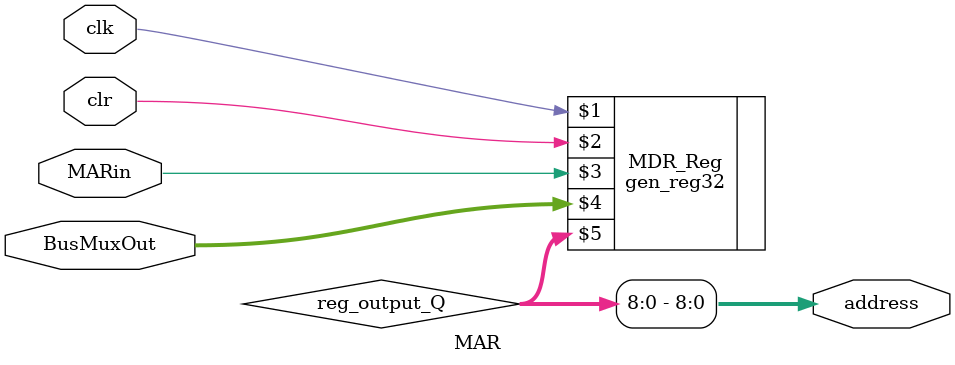
<source format=v>
`timescale 1ns/10ps

module MAR_RAM(
  //RAM
  input read,
  input write,
  input [31:0] MDRMuxIn,
  output reg [31:0] Mdatain,

  // MAR
  input [31:0] BusMuxOut,
  input MARclr,
  input clk,
  input MARin
  );

  wire [8:0] address;
  
  MAR mar(BusMuxOut, MARclr, clk, MARin, address);
  RAM ram(address, MDRMuxIn, read, write, Mdatain);

endmodule //MAR_RAM

module RAM(
  input [8:0] address,
  input [31:0] MDRMuxIn,
  input read, write,
  output reg [31:0] Mdatain
);

  // Memory in RAM
  reg [31:0] memory [511:0];
  //$readmemh(PATH, mem);
	integer i;
	initial begin
    for (i = 0; i < 512; i = i+1)
          begin
			memory[i] = {32{1'b0}};
            //$display ("LOC = %h \t RAM = %b", i, memory[i]);
          end
      
      
      //r0	X	1
      //r1	34	1A	8	19A
      //r2	56	54	66	CC	CD
      //r3	87	88	73	78	CC	1
      //r4	5
      //r5	1D
      //r6	91
      //r7	56	59	FFFFFFA7	58	8	37	0
      //r8	1F
      //r9	96	77
      //r10	5
      //r11	$1F
      //r12	$91
      //r13	0
      //r14 28
      //HI	X	0	4
      //LO	X	91	5
      
      // Encode test program in memory
      memory[0] = 32'b00001_0011_0000_0000000000010000111; // ldi R3, $87 <- R3 = $87
      memory[1] = 32'b00001_0011_0011_0000000000000000001; // ldi R3, 1(R3) <- R3 = $88
      memory[2] = 32'b00000_0010_0000_0000000000001110101; // ld  R2, $75 <- R2 = $56
      memory[3] = 32'b00001_0010_0010_1111111111111111110; // ldi R2, -2(R2) <- R2 = $54
      memory[4] = 32'b00000_0001_0010_0000000000000000100; // ld  R1, 4(R2) <- R1 = $34
      memory[5] = 32'b00001_0000_0000_0000000000000000001; // ldi R0, 1 <- r0 = 1
      memory[6] = 32'b00001_0011_0000_0000000000001110011; // ldi R3, $73 <- r3 = $73
      memory[7] = 32'b10010_0011_0011_0000000000000000011; // brmi R3, 3 <- branch if neg (false)
      memory[8] = 32'b00001_0011_0011_0000000000000000101; // ldi R3, 5(R3) // r3 = $78
      memory[9] = 32'b00000_0111_0011_1111111111111111101; // ld R7, -3(R3) // r6 = $56
	  memory[10] = 32'b11001_000000000000000000000000000; // nop
	  memory[11] = 32'b10010_0111_0010_0000000000000000010; // brpl R7, 2 //branch if positive (true)
	  memory[12] = 32'b00001_0100_0001_0000000000000000110; // ldi R4, 6(R1) //no execute
      memory[13] = 32'b00001_0011_0100_0000000000000000010; // ldi R3, 2(R4) //no execute
      memory[14] = 32'b00011_0011_0010_0011_000000000000000; // add R3, R2, R3 //PC = f - while 12
      memory[15] = 32'b01011_0111_0111_0000000000000000011; // addi R7, R7, <- r3 = $59
      memory[16] = 32'b10000_0111_0111_0000000000000000000; // neg R7, R7 <- r7 = $FFFFFFA7
      memory[17] = 32'b10001_0111_0111_0000000000000000000; // not R7, R7 <- r7 = $58
      memory[18] = 32'b01100_0111_0111_0000000000000001111; // andi R7, R7, $0F <- r7 = 8
      memory[19] = 32'b01101_0111_0001_0000000000000000011; // ori R7, R1, 3 <- r7 = $37
      memory[20] = 32'b00101_0010_0011_0000_000000000000000; // shr R2, R3, R0 <- r2 = $66
      memory[21] = 32'b00010_0010_0000_0000000000001011000; // st $58, R2
      memory[22] = 32'b00111_0001_0001_0000_000000000000000; // ror R1, R1, R0 <- r1 = $1A
      memory[23] = 32'b01000_0010_0010_0000_000000000000000; // rol R2, R2, R0 <- r2 = CC
      memory[24] = 32'b01010_0010_0011_0000_000000000000000; // or R2, R3, R0 <- r2 = CD
      memory[25] = 32'b01001_0001_0010_0001_000000000000000; // and R1, R2, R1 <- R1 = $8
      memory[26] = 32'b00010_0010_0001_0000000000001100111; // st $67(R1), R2 <- expected is CD at $75 but its at 6a
      memory[27] = 32'b00100_0011_0010_0011_000000000000000; // sub R3, R2, R3 <- r3 = 1
      memory[28] = 32'b00110_0001_0010_0000_000000000000000; // shl R1, R2, R0 <- r1 = $19A
      memory[29] = 32'b00001_0100_0000_0000000000000000101; // ldi R4, 5 <- r4 = 5
      memory[30] = 32'b00001_0101_0000_0000000000000011101; // ldi R5, $1D <- r5 = $1D
      memory[31] = 32'b01110_0101_0100_0000000000000000000; // mul R5, R4 <- Hi = 0; LO = $91   
      memory[32] = 32'b10111_0111_00000000000000000000000; // mfhi R7 <- r7 = 0
      memory[33] = 32'b11000_0110_00000000000000000000000; // mflo R6 <- r6 = $91
      memory[34] = 32'b01111_0101_0100_0000000000000000000; // div R5, R4 <- HI = 4 LO = 5
             
      memory[35] = 32'b00001_1010_0100_0000000000000000000; // ldi R10, 0(R4) <- r10 = 5
      memory[36] = 32'b00001_1011_0101_0000000000000000010; // ldi R11, 2(R5) <- r11 = $1F
      memory[37] = 32'b00001_1100_0110_0000000000000000000; // ldi R12, 0(R6) <- r12 = $91
      memory[38] = 32'b00001_1101_0111_0000000000000000000; // ldi R13, 0(R7) <- R13 = 0
      memory[39] = 32'b10100_1100_1110_0000000000000000000; // jal R12 (return address in R14)
      memory[40] = 32'b11010_000000000000000000000000000; // halt
	  
      memory[88] = 32'h34; // 88 = $58
      memory[117] = 32'h56; // 117 = $75
      
      memory[145] = 32'b00011_1001_1010_1100_000000000000000; // add R9, R10, R12 <- r9 = $96
      memory[146] = 32'b00100_1000_1011_1101_000000000000000; // sub R8, R11, R13 <- r8 = $1f
      memory[147] = 32'b00100_1001_1001_1000_000000000000000; // sub R9, R9, R8 <- R9 = $77
	
      memory[148] = 32'b10011_1110_00000000000000000000000; // jr R14
	end
    
  always @ (*) begin
   $display ("LOC = %h \t RAM = %b", i, memory[i]);
    if (read == 1)
      Mdatain <= memory[address];
    if (write == 1) begin
      memory[address] <= MDRMuxIn;
      //$display ("LOC = %h \t RAM = %h", address, MDRMuxIn);
    end
  end

endmodule


module MAR(
	input [31:0] BusMuxOut,
	input clr,
	input clk,
	input MARin,
    output [8:0] address
  );

  wire [31:0] reg_output_Q;
  gen_reg32 MDR_Reg(clk, clr, MARin, BusMuxOut, reg_output_Q);
  assign address = reg_output_Q[8:0];

endmodule
</source>
